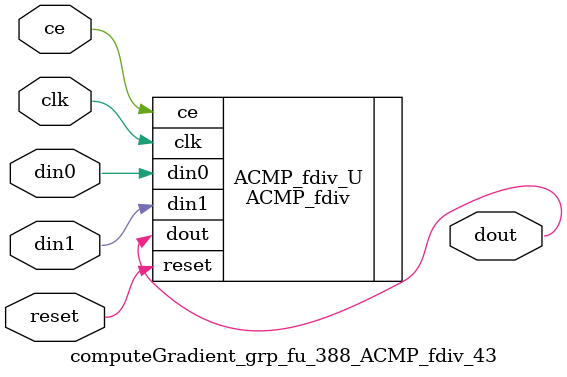
<source format=v>

`timescale 1 ns / 1 ps
module computeGradient_grp_fu_388_ACMP_fdiv_43(
    clk,
    reset,
    ce,
    din0,
    din1,
    dout);

parameter ID = 32'd1;
parameter NUM_STAGE = 32'd1;
parameter din0_WIDTH = 32'd1;
parameter din1_WIDTH = 32'd1;
parameter dout_WIDTH = 32'd1;
input clk;
input reset;
input ce;
input[din0_WIDTH - 1:0] din0;
input[din1_WIDTH - 1:0] din1;
output[dout_WIDTH - 1:0] dout;



ACMP_fdiv #(
.ID( ID ),
.NUM_STAGE( 10 ),
.din0_WIDTH( din0_WIDTH ),
.din1_WIDTH( din1_WIDTH ),
.dout_WIDTH( dout_WIDTH ))
ACMP_fdiv_U(
    .clk( clk ),
    .reset( reset ),
    .ce( ce ),
    .din0( din0 ),
    .din1( din1 ),
    .dout( dout ));

endmodule

</source>
